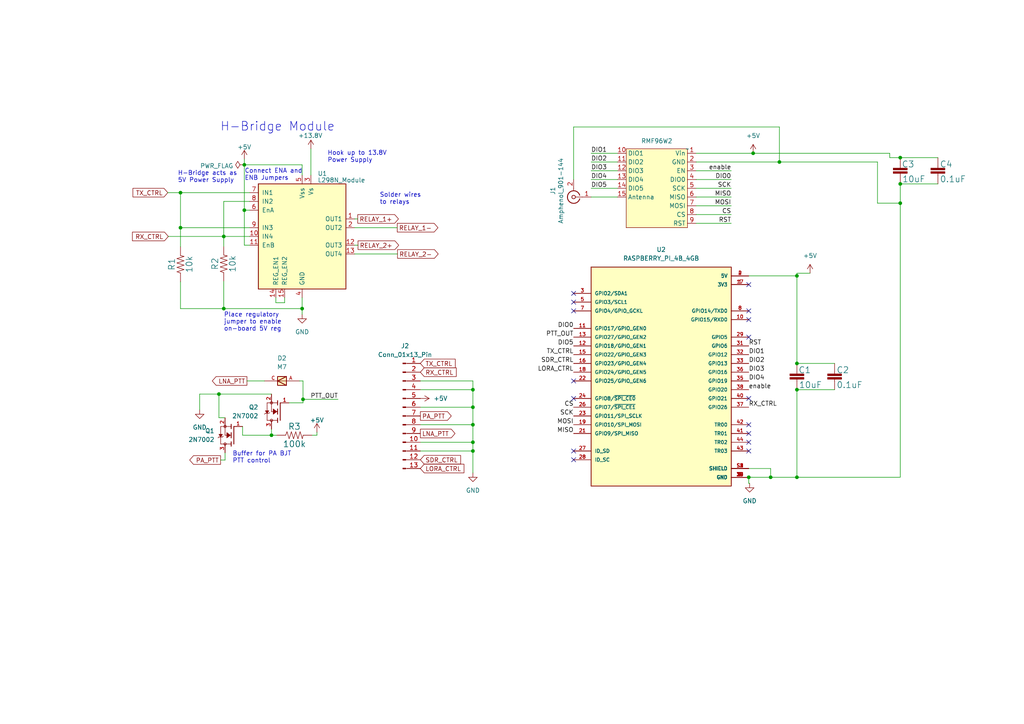
<source format=kicad_sch>
(kicad_sch (version 20230121) (generator eeschema)
  (paper "A4")
  (lib_symbols
    (symbol "2N7002:2N7002" (pin_names (offset 1.016))
      (property "Reference" "Q" (at -8.89 2.54 0))
      (property "Value" "2N7002" (at -8.89 -7.62 0))
      (symbol "2N7002_0_0"
        (polyline (pts (xy 0 2.54) (xy 0 -2.54)) (stroke (width 0.254)))
        (polyline (pts (xy 0.762 -2.54) (xy 0.762 -3.175)) (stroke (width 0.254)))
        (polyline (pts (xy 0.762 -1.905) (xy 0.762 -2.54)) (stroke (width 0.254)))
        (polyline (pts (xy 0.762 0) (xy 0.762 -0.762)) (stroke (width 0.254)))
        (polyline (pts (xy 0.762 0) (xy 2.54 0)) (stroke (width 0.1524)))
        (polyline (pts (xy 0.762 0.762) (xy 0.762 0)) (stroke (width 0.254)))
        (polyline (pts (xy 0.762 2.54) (xy 0.762 1.905)) (stroke (width 0.254)))
        (polyline (pts (xy 0.762 2.54) (xy 3.81 2.54)) (stroke (width 0.1524)))
        (polyline (pts (xy 0.762 3.175) (xy 0.762 2.54)) (stroke (width 0.254)))
        (polyline (pts (xy 2.54 -2.54) (xy 0.762 -2.54)) (stroke (width 0.1524)))
        (polyline (pts (xy 2.54 -2.54) (xy 3.81 -2.54)) (stroke (width 0.1524)))
        (polyline (pts (xy 2.54 0) (xy 2.54 -2.54)) (stroke (width 0.1524)))
        (polyline (pts (xy 3.302 0.508) (xy 3.048 0.254)) (stroke (width 0.1524)))
        (polyline (pts (xy 3.81 0.508) (xy 3.302 0.508)) (stroke (width 0.1524)))
        (polyline (pts (xy 3.81 0.508) (xy 3.81 -2.54)) (stroke (width 0.1524)))
        (polyline (pts (xy 3.81 2.54) (xy 3.81 0.508)) (stroke (width 0.1524)))
        (polyline (pts (xy 4.318 0.508) (xy 3.81 0.508)) (stroke (width 0.1524)))
        (polyline (pts (xy 4.572 0.762) (xy 4.318 0.508)) (stroke (width 0.1524)))
        (polyline (pts (xy 1.016 0) (xy 2.032 0.762) (xy 2.032 -0.762) (xy 1.016 0)) (stroke (width 0.1524)) (fill (type outline)))
        (polyline (pts (xy 3.81 0.508) (xy 3.302 -0.254) (xy 4.318 -0.254) (xy 3.81 0.508)) (stroke (width 0.1524)) (fill (type outline)))
        (circle (center 2.54 -2.54) (radius 0.3592))
        (circle (center 2.54 2.54) (radius 0.3592))
        (pin passive line (at -2.54 -2.54 0) (length 2.54) (name "~") (number "1"))
        (pin passive line (at 2.54 -5.08 90) (length 2.54) (name "~") (number "2"))
        (pin passive line (at 2.54 5.08 270) (length 2.54) (name "~") (number "3"))
      )
    )
    (symbol "Connector:Conn_01x13_Pin" (pin_names (offset 1.016) hide)
      (property "Reference" "J" (at 0 17.78 0))
      (property "Value" "Conn_01x13_Pin" (at 0 -17.78 0))
      (symbol "Conn_01x13_Pin_1_1"
        (polyline (pts (xy 1.27 -15.24) (xy 0.8636 -15.24)) (stroke (width 0.1524)))
        (polyline (pts (xy 1.27 -12.7) (xy 0.8636 -12.7)) (stroke (width 0.1524)))
        (polyline (pts (xy 1.27 -10.16) (xy 0.8636 -10.16)) (stroke (width 0.1524)))
        (polyline (pts (xy 1.27 -7.62) (xy 0.8636 -7.62)) (stroke (width 0.1524)))
        (polyline (pts (xy 1.27 -5.08) (xy 0.8636 -5.08)) (stroke (width 0.1524)))
        (polyline (pts (xy 1.27 -2.54) (xy 0.8636 -2.54)) (stroke (width 0.1524)))
        (polyline (pts (xy 1.27 0) (xy 0.8636 0)) (stroke (width 0.1524)))
        (polyline (pts (xy 1.27 2.54) (xy 0.8636 2.54)) (stroke (width 0.1524)))
        (polyline (pts (xy 1.27 5.08) (xy 0.8636 5.08)) (stroke (width 0.1524)))
        (polyline (pts (xy 1.27 7.62) (xy 0.8636 7.62)) (stroke (width 0.1524)))
        (polyline (pts (xy 1.27 10.16) (xy 0.8636 10.16)) (stroke (width 0.1524)))
        (polyline (pts (xy 1.27 12.7) (xy 0.8636 12.7)) (stroke (width 0.1524)))
        (polyline (pts (xy 1.27 15.24) (xy 0.8636 15.24)) (stroke (width 0.1524)))
        (rectangle (start 0.8636 -15.113) (end 0 -15.367) (stroke (width 0.1524)) (fill (type outline)))
        (rectangle (start 0.8636 -12.573) (end 0 -12.827) (stroke (width 0.1524)) (fill (type outline)))
        (rectangle (start 0.8636 -10.033) (end 0 -10.287) (stroke (width 0.1524)) (fill (type outline)))
        (rectangle (start 0.8636 -7.493) (end 0 -7.747) (stroke (width 0.1524)) (fill (type outline)))
        (rectangle (start 0.8636 -4.953) (end 0 -5.207) (stroke (width 0.1524)) (fill (type outline)))
        (rectangle (start 0.8636 -2.413) (end 0 -2.667) (stroke (width 0.1524)) (fill (type outline)))
        (rectangle (start 0.8636 0.127) (end 0 -0.127) (stroke (width 0.1524)) (fill (type outline)))
        (rectangle (start 0.8636 2.667) (end 0 2.413) (stroke (width 0.1524)) (fill (type outline)))
        (rectangle (start 0.8636 5.207) (end 0 4.953) (stroke (width 0.1524)) (fill (type outline)))
        (rectangle (start 0.8636 7.747) (end 0 7.493) (stroke (width 0.1524)) (fill (type outline)))
        (rectangle (start 0.8636 10.287) (end 0 10.033) (stroke (width 0.1524)) (fill (type outline)))
        (rectangle (start 0.8636 12.827) (end 0 12.573) (stroke (width 0.1524)) (fill (type outline)))
        (rectangle (start 0.8636 15.367) (end 0 15.113) (stroke (width 0.1524)) (fill (type outline)))
        (pin passive line (at 5.08 15.24 180) (length 3.81) (name "Pin_1") (number "1"))
        (pin passive line (at 5.08 -7.62 180) (length 3.81) (name "Pin_10") (number "10"))
        (pin passive line (at 5.08 -10.16 180) (length 3.81) (name "Pin_11") (number "11"))
        (pin passive line (at 5.08 -12.7 180) (length 3.81) (name "Pin_12") (number "12"))
        (pin passive line (at 5.08 -15.24 180) (length 3.81) (name "Pin_13") (number "13"))
        (pin passive line (at 5.08 12.7 180) (length 3.81) (name "Pin_2") (number "2"))
        (pin passive line (at 5.08 10.16 180) (length 3.81) (name "Pin_3") (number "3"))
        (pin passive line (at 5.08 7.62 180) (length 3.81) (name "Pin_4") (number "4"))
        (pin passive line (at 5.08 5.08 180) (length 3.81) (name "Pin_5") (number "5"))
        (pin passive line (at 5.08 2.54 180) (length 3.81) (name "Pin_6") (number "6"))
        (pin passive line (at 5.08 0 180) (length 3.81) (name "Pin_7") (number "7"))
        (pin passive line (at 5.08 -2.54 180) (length 3.81) (name "Pin_8") (number "8"))
        (pin passive line (at 5.08 -5.08 180) (length 3.81) (name "Pin_9") (number "9"))
      )
    )
    (symbol "Connector:Conn_Coaxial" (pin_names (offset 1.016) hide)
      (property "Reference" "J" (at 0.254 3.048 0))
      (property "Value" "Conn_Coaxial" (at 2.921 0 90))
      (symbol "Conn_Coaxial_0_1"
        (arc (start -1.778 -0.508) (mid 0.2311 -1.8066) (end 1.778 0) (stroke (width 0.254)))
        (polyline (pts (xy -2.54 0) (xy -0.508 0)))
        (polyline (pts (xy 0 -2.54) (xy 0 -1.778)))
        (circle (center 0 0) (radius 0.508) (stroke (width 0.2032)))
        (arc (start 1.778 0) (mid 0.2099 1.8101) (end -1.778 0.508) (stroke (width 0.254)))
      )
      (symbol "Conn_Coaxial_1_1"
        (pin passive line (at -5.08 0 0) (length 2.54) (name "In") (number "1"))
        (pin passive line (at 0 -5.08 90) (length 2.54) (name "Ext") (number "2"))
      )
    )
    (symbol "M7:M7" (pin_names (offset 1.016))
      (property "Reference" "D" (at -4.5752 2.5418 0))
      (property "Value" "M7" (at -4.5757 -4.0672 0))
      (symbol "M7_0_0"
        (rectangle (start -1.27 -1.27) (end 1.27 1.27) (stroke (width 0.254)) (fill (type background)))
        (polyline (pts (xy -1.27 -1.27) (xy 1.27 0)) (stroke (width 0.254)))
        (polyline (pts (xy 1.27 0) (xy -1.27 1.27)) (stroke (width 0.254)))
        (pin passive line (at -5.08 0 0) (length 5.08) (name "~") (number "A"))
        (pin passive line (at 5.08 0 180) (length 5.08) (name "~") (number "C"))
      )
    )
    (symbol "RASPBERRY_PI_4B_4GB:RASPBERRY_PI_4B_4GB" (pin_names (offset 1.016))
      (property "Reference" "U" (at -20.32 33.528 0))
      (property "Value" "RASPBERRY_PI_4B_4GB" (at -20.32 -33.02 0))
      (symbol "RASPBERRY_PI_4B_4GB_0_0"
        (rectangle (start -20.32 -30.48) (end 20.32 33.02) (stroke (width 0.254)) (fill (type background)))
        (pin power_in line (at 25.4 27.94 180) (length 5.08) (name "3V3") (number "1"))
        (pin bidirectional line (at 25.4 17.78 180) (length 5.08) (name "GPIO15/RXD0") (number "10"))
        (pin bidirectional line (at -25.4 15.24 0) (length 5.08) (name "GPIO17/GPIO_GEN0") (number "11"))
        (pin bidirectional line (at -25.4 10.16 0) (length 5.08) (name "GPIO18/GPIO_GEN1") (number "12"))
        (pin bidirectional line (at -25.4 12.7 0) (length 5.08) (name "GPIO27/GPIO_GEN2") (number "13"))
        (pin power_in line (at 25.4 -27.94 180) (length 5.08) (name "GND") (number "14"))
        (pin bidirectional line (at -25.4 7.62 0) (length 5.08) (name "GPIO22/GPIO_GEN3") (number "15"))
        (pin bidirectional line (at -25.4 5.08 0) (length 5.08) (name "GPIO23/GPIO_GEN4") (number "16"))
        (pin power_in line (at 25.4 27.94 180) (length 5.08) (name "3V3") (number "17"))
        (pin bidirectional line (at -25.4 2.54 0) (length 5.08) (name "GPIO24/GPIO_GEN5") (number "18"))
        (pin bidirectional line (at -25.4 -12.7 0) (length 5.08) (name "GPIO10/SPI_MOSI") (number "19"))
        (pin power_in line (at 25.4 30.48 180) (length 5.08) (name "5V") (number "2"))
        (pin power_in line (at 25.4 -27.94 180) (length 5.08) (name "GND") (number "20"))
        (pin bidirectional line (at -25.4 -15.24 0) (length 5.08) (name "GPIO9/SPI_MISO") (number "21"))
        (pin bidirectional line (at -25.4 0 0) (length 5.08) (name "GPIO25/GPIO_GEN6") (number "22"))
        (pin bidirectional line (at -25.4 -10.16 0) (length 5.08) (name "GPIO11/SPI_SCLK") (number "23"))
        (pin bidirectional line (at -25.4 -5.08 0) (length 5.08) (name "GPIO8/~{SPI_CE0}") (number "24"))
        (pin power_in line (at 25.4 -27.94 180) (length 5.08) (name "GND") (number "25"))
        (pin bidirectional line (at -25.4 -7.62 0) (length 5.08) (name "GPIO7/~{SPI_CE1}") (number "26"))
        (pin bidirectional line (at -25.4 -20.32 0) (length 5.08) (name "ID_SD") (number "27"))
        (pin bidirectional line (at -25.4 -22.86 0) (length 5.08) (name "ID_SC") (number "28"))
        (pin bidirectional line (at 25.4 12.7 180) (length 5.08) (name "GPIO5") (number "29"))
        (pin bidirectional line (at -25.4 25.4 0) (length 5.08) (name "GPIO2/SDA1") (number "3"))
        (pin power_in line (at 25.4 -27.94 180) (length 5.08) (name "GND") (number "30"))
        (pin bidirectional line (at 25.4 10.16 180) (length 5.08) (name "GPIO6") (number "31"))
        (pin bidirectional line (at 25.4 7.62 180) (length 5.08) (name "GPIO12") (number "32"))
        (pin bidirectional line (at 25.4 5.08 180) (length 5.08) (name "GPIO13") (number "33"))
        (pin power_in line (at 25.4 -27.94 180) (length 5.08) (name "GND") (number "34"))
        (pin bidirectional line (at 25.4 0 180) (length 5.08) (name "GPIO19") (number "35"))
        (pin bidirectional line (at 25.4 2.54 180) (length 5.08) (name "GPIO16") (number "36"))
        (pin bidirectional line (at 25.4 -7.62 180) (length 5.08) (name "GPIO26") (number "37"))
        (pin bidirectional line (at 25.4 -2.54 180) (length 5.08) (name "GPIO20") (number "38"))
        (pin power_in line (at 25.4 -27.94 180) (length 5.08) (name "GND") (number "39"))
        (pin power_in line (at 25.4 30.48 180) (length 5.08) (name "5V") (number "4"))
        (pin bidirectional line (at 25.4 -5.08 180) (length 5.08) (name "GPIO21") (number "40"))
        (pin bidirectional line (at 25.4 -15.24 180) (length 5.08) (name "TR01") (number "41"))
        (pin bidirectional line (at 25.4 -12.7 180) (length 5.08) (name "TR00") (number "42"))
        (pin bidirectional line (at 25.4 -20.32 180) (length 5.08) (name "TR03") (number "43"))
        (pin bidirectional line (at 25.4 -17.78 180) (length 5.08) (name "TR02") (number "44"))
        (pin bidirectional line (at -25.4 22.86 0) (length 5.08) (name "GPIO3/SCL1") (number "5"))
        (pin power_in line (at 25.4 -27.94 180) (length 5.08) (name "GND") (number "6"))
        (pin bidirectional line (at -25.4 20.32 0) (length 5.08) (name "GPIO4/GPIO_GCKL") (number "7"))
        (pin bidirectional line (at 25.4 20.32 180) (length 5.08) (name "GPIO14/TXD0") (number "8"))
        (pin power_in line (at 25.4 -27.94 180) (length 5.08) (name "GND") (number "9"))
        (pin power_in line (at 25.4 -25.4 180) (length 5.08) (name "SHIELD") (number "S1"))
        (pin power_in line (at 25.4 -25.4 180) (length 5.08) (name "SHIELD") (number "S2"))
        (pin power_in line (at 25.4 -25.4 180) (length 5.08) (name "SHIELD") (number "S3"))
        (pin power_in line (at 25.4 -25.4 180) (length 5.08) (name "SHIELD") (number "S4"))
      )
    )
    (symbol "RMF96W1_1"
      (property "Reference" "RMF96W1" (at 0 0 0))
      (symbol "RMF96W1_1_1_1"
        (rectangle (start 0 0) (end 17.78 -22.86) (fill (type background)))
        (pin input line (at -2.54 -1.27 0) (length 2.54) (name "Vin") (number "1"))
        (pin input line (at 20.32 -1.27 180) (length 2.54) (name "DIO1") (number "10"))
        (pin input line (at 20.32 -3.81 180) (length 2.54) (name "DIO2") (number "11"))
        (pin input line (at 20.32 -6.35 180) (length 2.54) (name "DIO3") (number "12"))
        (pin input line (at 20.32 -8.89 180) (length 2.54) (name "DIO4") (number "13"))
        (pin input line (at 20.32 -11.43 180) (length 2.54) (name "DIO5") (number "14"))
        (pin input line (at 20.32 -13.97 180) (length 2.54) (name "Antenna") (number "15"))
        (pin input line (at -2.54 -3.81 0) (length 2.54) (name "GND") (number "2"))
        (pin input line (at -2.54 -6.35 0) (length 2.54) (name "EN") (number "3"))
        (pin input line (at -2.54 -8.89 0) (length 2.54) (name "DIO0") (number "4"))
        (pin input line (at -2.54 -11.43 0) (length 2.54) (name "SCK") (number "5"))
        (pin input line (at -2.54 -13.97 0) (length 2.54) (name "MISO") (number "6"))
        (pin input line (at -2.54 -16.51 0) (length 2.54) (name "MOSI") (number "7"))
        (pin input line (at -2.54 -19.05 0) (length 2.54) (name "CS") (number "8"))
        (pin input line (at -2.54 -21.59 0) (length 2.54) (name "RST") (number "9"))
      )
    )
    (symbol "mainboard:22UF-0805-6.3V-20%" (pin_names (offset 1.016))
      (property "Reference" "C" (at 1.524 2.921 0))
      (property "Value" "22UF-0805-6.3V-20%" (at 1.524 -2.159 0))
      (symbol "22UF-0805-6.3V-20%_1_0"
        (rectangle (start -2.032 0.508) (end 2.032 1.016) (fill (type outline)))
        (rectangle (start -2.032 1.524) (end 2.032 2.032) (fill (type outline)))
        (polyline (pts (xy 0 0) (xy 0 0.508)))
        (polyline (pts (xy 0 2.54) (xy 0 2.032)))
        (pin passive line (at 0 5.08 270) (length 2.54) (name "1") (number "1"))
        (pin passive line (at 0 -2.54 90) (length 2.54) (name "2") (number "2"))
      )
    )
    (symbol "mainboard:RESISTOR0603" (pin_names (offset 1.016))
      (property "Reference" "R" (at 0 1.524 0))
      (property "Value" "RESISTOR0603" (at 0 -1.524 0))
      (symbol "RESISTOR0603_1_0"
        (polyline (pts (xy -2.54 0) (xy -2.159 1.016)))
        (polyline (pts (xy -2.159 1.016) (xy -1.524 -1.016)))
        (polyline (pts (xy -1.524 -1.016) (xy -0.889 1.016)))
        (polyline (pts (xy -0.889 1.016) (xy -0.254 -1.016)))
        (polyline (pts (xy -0.254 -1.016) (xy 0.381 1.016)))
        (polyline (pts (xy 0.381 1.016) (xy 1.016 -1.016)))
        (polyline (pts (xy 1.016 -1.016) (xy 1.651 1.016)))
        (polyline (pts (xy 1.651 1.016) (xy 2.286 -1.016)))
        (polyline (pts (xy 2.286 -1.016) (xy 2.54 0)))
        (pin passive line (at -5.08 0 0) (length 2.54) (name "1") (number "1"))
        (pin passive line (at 5.08 0 180) (length 2.54) (name "2") (number "2"))
      )
    )
    (symbol "power:+5V" (power) (pin_names (offset 0))
      (property "Value" "+5V" (at 0 3.556 0))
      (symbol "+5V_0_1"
        (polyline (pts (xy -0.762 1.27) (xy 0 2.54)))
        (polyline (pts (xy 0 0) (xy 0 2.54)))
        (polyline (pts (xy 0 2.54) (xy 0.762 1.27)))
      )
      (symbol "+5V_1_1"
        (pin power_in line (at 0 0 90) (length 0) hide (name "+5V") (number "1"))
      )
    )
    (symbol "power:GND" (power) (pin_names (offset 0))
      (property "Value" "GND" (at 0 -3.81 0))
      (symbol "GND_0_1"
        (polyline (pts (xy 0 0) (xy 0 -1.27) (xy 1.27 -1.27) (xy 0 -2.54) (xy -1.27 -1.27) (xy 0 -1.27)))
      )
      (symbol "GND_1_1"
        (pin power_in line (at 0 0 270) (length 0) hide (name "GND") (number "1"))
      )
    )
    (symbol "power:PWR_FLAG" (power) (pin_numbers hide) (pin_names (offset 0) hide)
      (property "Value" "PWR_FLAG" (at 0 3.81 0))
      (symbol "PWR_FLAG_0_0"
        (pin power_out line (at 0 0 90) (length 0) (name "pwr") (number "1"))
      )
      (symbol "PWR_FLAG_0_1"
        (polyline (pts (xy 0 0) (xy 0 1.27) (xy -1.016 1.905) (xy 0 2.54) (xy 1.016 1.905) (xy 0 1.27)))
      )
    )
    (symbol "rf:+13.8V" (power) (pin_names (offset 0))
      (property "Value" "+13.8V" (at 0 3.556 0))
      (symbol "+13.8V_0_1"
        (polyline (pts (xy -0.762 1.27) (xy 0 2.54)))
        (polyline (pts (xy 0 0) (xy 0 2.54)))
        (polyline (pts (xy 0 2.54) (xy 0.762 1.27)))
      )
      (symbol "+13.8V_1_1"
        (pin power_in line (at 0 0 90) (length 0) hide (name "+13.8V") (number "1"))
      )
    )
    (symbol "ssi_rf:L298N_Module" (pin_names (offset 1.016))
      (property "Reference" "U" (at -10.16 16.51 0))
      (property "Value" "L298N_Module" (at 17.78 16.51 0))
      (symbol "L298N_Module_0_1"
        (rectangle (start -12.7 15.24) (end 12.7 -15.24) (stroke (width 0.254)) (fill (type background)))
      )
      (symbol "L298N_Module_1_1"
        (pin output line (at 15.24 5.08 180) (length 2.54) (name "OUT1") (number "1"))
        (pin input line (at -15.24 0 0) (length 2.54) (name "IN4") (number "10"))
        (pin input line (at -15.24 -2.54 0) (length 2.54) (name "EnB") (number "11"))
        (pin output line (at 15.24 -2.54 180) (length 2.54) (name "OUT3") (number "12"))
        (pin output line (at 15.24 -5.08 180) (length 2.54) (name "OUT4") (number "13"))
        (pin output line (at -7.62 -17.78 90) (length 2.54) (name "REG_EN1") (number "14"))
        (pin input line (at -5.08 -17.78 90) (length 2.54) (name "REG_EN2") (number "15"))
        (pin output line (at 15.24 2.54 180) (length 2.54) (name "OUT2") (number "2"))
        (pin power_in line (at 2.54 17.78 270) (length 2.54) (name "Vs") (number "3"))
        (pin power_in line (at 0 -17.78 90) (length 2.54) (name "GND") (number "4"))
        (pin power_in line (at 0 17.78 270) (length 2.54) (name "Vss") (number "5"))
        (pin input line (at -15.24 7.62 0) (length 2.54) (name "EnA") (number "6"))
        (pin input line (at -15.24 12.7 0) (length 2.54) (name "IN1") (number "7"))
        (pin input line (at -15.24 10.16 0) (length 2.54) (name "IN2") (number "8"))
        (pin input line (at -15.24 2.54 0) (length 2.54) (name "IN3") (number "9"))
      )
    )
  )
  (junction (at 137.16 130.81))
  (junction (at 87.884 115.824))
  (junction (at 52.3494 55.88))
  (junction (at 226.06 46.99))
  (junction (at 137.16 118.11))
  (junction (at 64.897 68.58))
  (junction (at 70.866 60.96))
  (junction (at 218.44 44.45))
  (junction (at 52.3494 66.04))
  (junction (at 217.17 138.43))
  (junction (at 137.16 128.27))
  (junction (at 70.866 47.8028))
  (junction (at 137.16 113.03))
  (junction (at 231.14 105.41))
  (junction (at 261.112 45.72))
  (junction (at 78.74 126.238))
  (junction (at 231.14 138.43))
  (junction (at 261.112 58.928))
  (junction (at 231.14 80.01))
  (junction (at 87.63 89.5096))
  (junction (at 261.112 53.34))
  (junction (at 231.14 113.03))
  (junction (at 63.5 114.3))
  (junction (at 137.16 123.19))
  (junction (at 223.52 138.43))
  (junction (at 64.897 89.5096))
  (no_connect (at 166.37 87.63))
  (no_connect (at 166.37 90.17))
  (no_connect (at 217.17 125.73))
  (no_connect (at 217.17 92.71))
  (no_connect (at 217.17 123.19))
  (no_connect (at 166.37 115.57))
  (no_connect (at 217.17 97.79))
  (no_connect (at 217.17 130.81))
  (no_connect (at 217.17 128.27))
  (no_connect (at 166.37 85.09))
  (no_connect (at 166.37 110.49))
  (no_connect (at 166.37 130.81))
  (no_connect (at 217.17 115.57))
  (no_connect (at 217.17 82.55))
  (no_connect (at 217.17 90.17))
  (no_connect (at 166.37 133.35))
  (wire (pts (xy 217.17 135.89) (xy 223.52 135.89)))
  (wire (pts (xy 137.16 113.03) (xy 137.16 118.11)))
  (wire (pts (xy 121.92 113.03) (xy 137.16 113.03)))
  (wire (pts (xy 226.06 46.99) (xy 254.508 46.99)))
  (wire (pts (xy 179.07 54.61) (xy 171.45 54.61)))
  (wire (pts (xy 90.17 43.18) (xy 90.17 50.8)))
  (wire (pts (xy 217.17 138.43) (xy 223.52 138.43)))
  (wire (pts (xy 78.74 126.238) (xy 80.3148 126.238)))
  (wire (pts (xy 261.112 45.72) (xy 258.064 45.72)))
  (wire (pts (xy 201.93 44.45) (xy 218.44 44.45)))
  (wire (pts (xy 78.74 114.3) (xy 63.5 114.3)))
  (wire (pts (xy 70.358 126.238) (xy 70.358 123.698)))
  (wire (pts (xy 231.14 113.03) (xy 231.14 138.43)))
  (wire (pts (xy 52.3494 55.88) (xy 72.39 55.88)))
  (wire (pts (xy 63.5 121.158) (xy 65.278 121.158)))
  (wire (pts (xy 70.358 126.238) (xy 78.74 126.238)))
  (wire (pts (xy 70.866 71.12) (xy 70.866 60.96)))
  (wire (pts (xy 64.897 81.6102) (xy 64.897 89.5096)))
  (wire (pts (xy 254.508 46.99) (xy 254.508 58.928)))
  (wire (pts (xy 261.112 58.928) (xy 261.112 138.43)))
  (wire (pts (xy 223.52 135.89) (xy 223.52 138.43)))
  (wire (pts (xy 166.37 52.07) (xy 166.37 36.83)))
  (wire (pts (xy 63.9826 133.4262) (xy 65.278 133.4262)))
  (wire (pts (xy 258.064 44.45) (xy 258.064 45.72)))
  (wire (pts (xy 102.87 73.66) (xy 115.2906 73.66)))
  (wire (pts (xy 226.06 36.83) (xy 226.06 46.99)))
  (wire (pts (xy 52.3494 66.04) (xy 72.39 66.04)))
  (wire (pts (xy 57.912 114.3) (xy 57.912 118.872)))
  (wire (pts (xy 121.92 128.27) (xy 137.16 128.27)))
  (wire (pts (xy 78.74 124.46) (xy 78.74 126.238)))
  (wire (pts (xy 212.09 52.07) (xy 201.93 52.07)))
  (wire (pts (xy 72.39 58.42) (xy 64.897 58.42)))
  (wire (pts (xy 52.3494 66.04) (xy 52.3494 55.88)))
  (wire (pts (xy 102.87 63.5) (xy 103.759 63.5)))
  (wire (pts (xy 231.14 79.248) (xy 231.14 80.01)))
  (wire (pts (xy 63.5 114.3) (xy 63.5 121.158)))
  (wire (pts (xy 87.63 47.8028) (xy 70.866 47.8028)))
  (wire (pts (xy 217.17 138.43) (xy 217.17 140.208)))
  (wire (pts (xy 86.868 110.49) (xy 87.884 110.49)))
  (wire (pts (xy 137.16 137.16) (xy 137.16 130.81)))
  (wire (pts (xy 223.52 138.43) (xy 231.14 138.43)))
  (wire (pts (xy 121.92 118.11) (xy 137.16 118.11)))
  (wire (pts (xy 91.9226 126.238) (xy 90.4748 126.238)))
  (wire (pts (xy 212.09 54.61) (xy 201.93 54.61)))
  (wire (pts (xy 121.92 130.81) (xy 137.16 130.81)))
  (wire (pts (xy 137.16 110.49) (xy 137.16 113.03)))
  (wire (pts (xy 179.07 52.07) (xy 171.45 52.07)))
  (wire (pts (xy 179.07 46.99) (xy 171.45 46.99)))
  (wire (pts (xy 71.628 110.49) (xy 76.708 110.49)))
  (wire (pts (xy 166.37 36.83) (xy 226.06 36.83)))
  (wire (pts (xy 52.3494 66.04) (xy 52.3494 71.5772)))
  (wire (pts (xy 261.112 45.72) (xy 272.034 45.72)))
  (wire (pts (xy 87.884 110.49) (xy 87.884 115.824)))
  (wire (pts (xy 102.87 71.12) (xy 103.8352 71.12)))
  (wire (pts (xy 231.14 113.03) (xy 242.062 113.03)))
  (wire (pts (xy 82.55 86.36) (xy 82.55 87.8078)))
  (wire (pts (xy 217.17 140.208) (xy 217.424 140.208)))
  (wire (pts (xy 48.6664 55.88) (xy 52.3494 55.88)))
  (wire (pts (xy 171.45 57.15) (xy 179.07 57.15)))
  (wire (pts (xy 137.16 118.11) (xy 137.16 123.19)))
  (wire (pts (xy 87.884 115.824) (xy 87.884 116.84)))
  (wire (pts (xy 201.93 46.99) (xy 226.06 46.99)))
  (wire (pts (xy 70.866 60.96) (xy 70.866 47.8028)))
  (wire (pts (xy 179.07 44.45) (xy 171.45 44.45)))
  (wire (pts (xy 91.9226 125.3744) (xy 91.9226 126.238)))
  (wire (pts (xy 72.39 71.12) (xy 70.866 71.12)))
  (wire (pts (xy 137.16 128.27) (xy 137.16 123.19)))
  (wire (pts (xy 137.16 130.81) (xy 137.16 128.27)))
  (wire (pts (xy 48.8188 68.58) (xy 64.897 68.58)))
  (wire (pts (xy 212.09 59.69) (xy 201.93 59.69)))
  (wire (pts (xy 87.63 86.36) (xy 87.63 89.5096)))
  (wire (pts (xy 82.55 87.8078) (xy 80.01 87.8078)))
  (wire (pts (xy 212.09 49.53) (xy 201.93 49.53)))
  (wire (pts (xy 65.278 131.318) (xy 65.278 133.4262)))
  (wire (pts (xy 64.897 89.5096) (xy 87.63 89.5096)))
  (wire (pts (xy 52.3494 81.7372) (xy 52.3494 89.5096)))
  (wire (pts (xy 231.14 80.01) (xy 231.14 105.41)))
  (wire (pts (xy 254.508 58.928) (xy 261.112 58.928)))
  (wire (pts (xy 212.09 64.77) (xy 201.93 64.77)))
  (wire (pts (xy 179.07 49.53) (xy 171.45 49.53)))
  (wire (pts (xy 121.92 110.49) (xy 137.16 110.49)))
  (wire (pts (xy 70.866 60.96) (xy 72.39 60.96)))
  (wire (pts (xy 121.92 123.19) (xy 137.16 123.19)))
  (wire (pts (xy 52.3494 89.5096) (xy 64.897 89.5096)))
  (wire (pts (xy 64.897 58.42) (xy 64.897 68.58)))
  (wire (pts (xy 87.884 115.824) (xy 98.044 115.824)))
  (wire (pts (xy 64.897 68.58) (xy 64.897 71.4502)))
  (wire (pts (xy 64.897 68.58) (xy 72.39 68.58)))
  (wire (pts (xy 102.87 66.04) (xy 115.2144 66.04)))
  (wire (pts (xy 261.112 53.34) (xy 272.034 53.34)))
  (wire (pts (xy 212.09 62.23) (xy 201.93 62.23)))
  (wire (pts (xy 218.44 44.45) (xy 258.064 44.45)))
  (wire (pts (xy 231.14 79.248) (xy 234.95 79.248)))
  (wire (pts (xy 63.5 114.3) (xy 57.912 114.3)))
  (wire (pts (xy 80.01 87.8078) (xy 80.01 86.36)))
  (wire (pts (xy 217.17 80.01) (xy 231.14 80.01)))
  (wire (pts (xy 231.14 138.43) (xy 261.112 138.43)))
  (wire (pts (xy 87.63 89.5096) (xy 87.63 91.186)))
  (wire (pts (xy 231.14 105.41) (xy 242.062 105.41)))
  (wire (pts (xy 212.09 57.15) (xy 201.93 57.15)))
  (wire (pts (xy 83.82 116.84) (xy 87.884 116.84)))
  (wire (pts (xy 70.866 47.8028) (xy 70.866 46.1518)))
  (wire (pts (xy 261.112 53.34) (xy 261.112 58.928)))
  (wire (pts (xy 87.63 50.8) (xy 87.63 47.8028)))
  (text "Connect ENA and\nENB Jumpers" (at 70.9422 52.4764 0) (effects (font (size 1.27 1.27)) (justify left bottom)))
  (text "Hook up to 13.8V\nPower Supply" (at 94.9706 47.2694 0) (effects (font (size 1.27 1.27)) (justify left bottom)))
  (text "Place regulatory\njumper to enable\non-board 5V reg" (at 64.9224 96.2152 0) (effects (font (size 1.27 1.27)) (justify left bottom)))
  (text "Buffer for PA BJT\nPTT control" (at 67.437 134.4676 0) (effects (font (size 1.27 1.27)) (justify left bottom)))
  (text "H-Bridge Module" (at 63.8302 38.3032 0) (effects (font (size 2.54 2.54)) (justify left bottom)))
  (text "Solder wires\nto relays" (at 110.109 59.436 0) (effects (font (size 1.27 1.27)) (justify left bottom)))
  (text "H-Bridge acts as\n5V Power Supply" (at 51.562 53.1114 0) (effects (font (size 1.27 1.27)) (justify left bottom)))
  (label "DIO5" (at 166.37 100.33 180))
  (label "enable" (at 212.09 49.53 180))
  (label "DIO1" (at 217.17 102.87 0))
  (label "MISO" (at 166.37 125.73 180))
  (label "PTT_OUT" (at 166.37 97.79 180))
  (label "TX_CTRL" (at 166.37 102.87 180))
  (label "RST" (at 217.17 100.33 0))
  (label "SCK" (at 166.37 120.65 180))
  (label "MISO" (at 212.09 57.15 180))
  (label "DIO5" (at 171.45 54.61 0))
  (label "DIO4" (at 171.45 52.07 0))
  (label "enable" (at 217.17 113.03 0))
  (label "CS" (at 212.09 62.23 180))
  (label "DIO0" (at 212.09 52.07 180))
  (label "DIO4" (at 217.17 110.49 0))
  (label "CS" (at 166.37 118.11 180))
  (label "PTT_OUT" (at 98.044 115.824 180))
  (label "RX_CTRL" (at 217.17 118.11 0))
  (label "DIO2" (at 217.17 105.41 0))
  (label "SCK" (at 212.09 54.61 180))
  (label "DIO2" (at 171.45 46.99 0))
  (label "DIO1" (at 171.45 44.45 0))
  (label "DIO3" (at 171.45 49.53 0))
  (label "DIO3" (at 217.17 107.95 0))
  (label "RST" (at 212.09 64.77 180))
  (label "SDR_CTRL" (at 166.37 105.41 180))
  (label "DIO0" (at 166.37 95.25 180))
  (label "MOSI" (at 166.37 123.19 180))
  (label "MOSI" (at 212.09 59.69 180))
  (label "LORA_CTRL" (at 166.37 107.95 180))
  (global_label "RX_CTRL" (shape input) (at 121.92 107.95 0) (property "Intersheetrefs" "${INTERSHEET_REFS}" (effects hide)))
  (global_label "SDR_CTRL" (shape input) (at 121.92 133.35 0) (property "Intersheetrefs" "${INTERSHEET_REFS}" (effects hide)))
  (global_label "PA_PTT" (shape output) (at 63.9826 133.4262 180) (property "Intersheetrefs" "${INTERSHEET_REFS}" (effects hide)))
  (global_label "LORA_CTRL" (shape input) (at 121.92 135.89 0) (property "Intersheetrefs" "${INTERSHEET_REFS}" (effects hide)))
  (global_label "TX_CTRL" (shape input) (at 48.6664 55.88 180) (property "Intersheetrefs" "${INTERSHEET_REFS}" (effects hide)))
  (global_label "RX_CTRL" (shape input) (at 48.8188 68.58 180) (property "Intersheetrefs" "${INTERSHEET_REFS}" (effects hide)))
  (global_label "RELAY_1-" (shape output) (at 115.2144 66.04 0) (property "Intersheetrefs" "${INTERSHEET_REFS}" (effects hide)))
  (global_label "RELAY_1+" (shape output) (at 103.759 63.5 0) (property "Intersheetrefs" "${INTERSHEET_REFS}" (effects hide)))
  (global_label "LNA_PTT" (shape output) (at 121.92 125.73 0) (property "Intersheetrefs" "${INTERSHEET_REFS}" (effects hide)))
  (global_label "PA_PTT" (shape output) (at 121.92 120.65 0) (property "Intersheetrefs" "${INTERSHEET_REFS}" (effects hide)))
  (global_label "LNA_PTT" (shape output) (at 71.628 110.49 180) (property "Intersheetrefs" "${INTERSHEET_REFS}" (effects hide)))
  (global_label "RELAY_2+" (shape output) (at 103.8352 71.12 0) (property "Intersheetrefs" "${INTERSHEET_REFS}" (effects hide)))
  (global_label "TX_CTRL" (shape input) (at 121.92 105.41 0) (property "Intersheetrefs" "${INTERSHEET_REFS}" (effects hide)))
  (global_label "RELAY_2-" (shape output) (at 115.2906 73.66 0) (property "Intersheetrefs" "${INTERSHEET_REFS}" (effects hide)))
  (symbol (lib_id "RASPBERRY_PI_4B_4GB:RASPBERRY_PI_4B_4GB") (at 191.77 110.49 0) (unit 1)
    (property "Reference" "U2" (at 191.77 72.39 0))
    (property "Value" "RASPBERRY_PI_4B_4GB" (at 191.77 74.93 0))
    (property "Footprint" "RASPBERRY_PI_4B_4GB:MODULE_RASPBERRY_PI_4B_4GB" (effects hide))
    (property "MF" "Raspberry Pi" (effects hide))
    (property "MAXIMUM_PACKAGE_HEIGHT" "16 mm" (effects hide))
    (property "Package" "None" (effects hide))
    (property "Price" "None" (effects hide))
    (property "Check_prices" "https://www.snapeda.com/parts/RASPBERRY%20PI%204B/4GB/Raspberry+Pi/view-part/?ref=eda" (effects hide))
    (property "STANDARD" "Manufacturer Recommendations" (effects hide))
    (property "PARTREV" "4" (effects hide))
    (property "SnapEDA_Link" "https://www.snapeda.com/parts/RASPBERRY%20PI%204B/4GB/Raspberry+Pi/view-part/?ref=snap" (effects hide))
    (property "MP" "RASPBERRY PI 4B/4GB" (effects hide))
    (property "Description" "\nBCM2711 Raspberry Pi 4 Model B 4GB - ARM® Cortex®-A72 MPU Embedded Evaluation Board\n" (effects hide))
    (property "MANUFACTURER" "Raspberry Pi" (effects hide))
    (property "Availability" "Not in stock" (effects hide))
    (property "SNAPEDA_PN" "RASPBERRY PI 4B/4GB" (effects hide))
  )
  (symbol (lib_id "power:GND") (at 57.912 118.872 0) (unit 1)
    (property "Reference" "#PWR05" (effects hide))
    (property "Value" "GND" (at 57.912 123.952 0))
  )
  (symbol (lib_id "ssi_rf:L298N_Module") (at 87.63 68.58 0) (unit 1)
    (property "Reference" "U1" (at 92.1259 50.3301 0) (effects (justify left)))
    (property "Value" "L298N_Module" (at 92.1259 52.2511 0) (effects (justify left)))
    (property "Footprint" "RASPBERRY_PI_4B_4GB:H-bridge module" (effects hide))
    (property "Datasheet" "https://lastminuteengineers.com/l298n-dc-stepper-driver-arduino-tutorial/" (effects hide))
  )
  (symbol (lib_id "power:GND") (at 87.63 91.186 0) (unit 1)
    (property "Reference" "#PWR03" (effects hide))
    (property "Value" "GND" (at 87.63 96.266 0))
  )
  (symbol (lib_id "mainboard:RESISTOR0603") (at 85.3948 126.238 0) (unit 1)
    (property "Reference" "R3" (at 85.3948 124.714 0) (effects (font (size 1.778 1.778)) (justify bottom)))
    (property "Value" "100k" (at 85.3948 127.762 0) (effects (font (size 1.778 1.778)) (justify top)))
    (property "Footprint" "Resistor_SMD:R_0603_1608Metric" (effects hide))
    (property "Description" "10k 0603" (effects hide))
  )
  (symbol (lib_id "M7:M7") (at 81.788 110.49 180) (unit 1)
    (property "Reference" "D2" (at 81.788 103.886 0))
    (property "Value" "M7" (at 81.788 106.426 0))
    (property "Footprint" "RASPBERRY_PI_4B_4GB:DIOM505270X240" (effects hide))
    (property "MF" "Diotec Semiconductor" (effects hide))
    (property "SNAPEDA_PACKAGE_ID" "7518" (effects hide))
    (property "PACKAGE" "DO-214" (effects hide))
    (property "MPN" "M7" (effects hide))
    (property "PRICE" "--" (effects hide))
    (property "Package" "Package" (effects hide))
    (property "Check_prices" "https://www.snapeda.com/parts/M7/Diotec/view-part/?ref=eda" (effects hide))
    (property "STANDARD" "IPC-7351B" (effects hide))
    (property "PARTREV" "NA" (effects hide))
    (property "SnapEDA_Link" "https://www.snapeda.com/parts/M7/Diotec/view-part/?ref=snap" (effects hide))
    (property "MP" "M7" (effects hide))
    (property "Purchase-URL" "https://www.snapeda.com/api/url_track_click_mouser/?unipart_id=9180667&manufacturer=Diotec Semiconductor&part_name=M7&search_term=None" (effects hide))
    (property "Price" "None" (effects hide))
    (property "Description" "\nDiode, SMA, 1000V, 1A, 150°C\n" (effects hide))
    (property "Availability" "In Stock" (effects hide))
    (property "AVAILABILITY" "Not in stock" (effects hide))
    (property "MANUFACTURER" "DIODES" (effects hide))
  )
  (symbol (lib_id "Connector:Conn_Coaxial") (at 166.37 57.15 180) (unit 1)
    (property "Reference" "J1" (at 160.3502 55.3466 90))
    (property "Value" "Amphenol_901-144" (at 162.6616 55.3466 90))
    (property "Datasheet" "https://www.amphenolrf.com/library/download/link/link_id/593640/parent/901-144/" (effects hide))
    (property "Description" "Amphenol RF SMA " (effects hide))
    (property "Flight" "901-144" (effects hide))
    (property "Manufacturer_Name" "Amphenol" (effects hide))
    (property "Manufacturer_Part_Number" "901-144" (effects hide))
    (property "Proto" "901-144" (effects hide))
  )
  (symbol (lib_id "mainboard:RESISTOR0603") (at 64.897 76.5302 90) (unit 1)
    (property "Reference" "R2" (at 63.373 76.5302 0) (effects (font (size 1.778 1.778)) (justify bottom)))
    (property "Value" "10k" (at 66.421 76.5302 0) (effects (font (size 1.778 1.778)) (justify top)))
    (property "Footprint" "Resistor_SMD:R_0603_1608Metric" (effects hide))
    (property "Description" "10k 0603" (effects hide))
  )
  (symbol (lib_id "mainboard:RESISTOR0603") (at 52.3494 76.6572 90) (unit 1)
    (property "Reference" "R1" (at 50.8254 76.6572 0) (effects (font (size 1.778 1.778)) (justify bottom)))
    (property "Value" "10k" (at 53.8734 76.6572 0) (effects (font (size 1.778 1.778)) (justify top)))
    (property "Footprint" "Resistor_SMD:R_0603_1608Metric" (effects hide))
    (property "Description" "10k 0603" (effects hide))
  )
  (symbol (lib_id "rf:+13.8V") (at 90.17 43.18 0) (unit 1)
    (property "Reference" "#PWR04" (effects hide))
    (property "Value" "+13.8V" (at 90.0176 39.3192 0))
  )
  (symbol (lib_id "power:+5V") (at 234.95 79.248 0) (unit 1)
    (property "Reference" "#PWR08" (effects hide))
    (property "Value" "+5V" (at 234.95 74.168 0))
  )
  (symbol (lib_id "mainboard:22UF-0805-6.3V-20%") (at 261.112 50.8 0) (unit 1)
    (property "Reference" "C3" (at 261.493 48.641 0) (effects (font (size 1.778 1.778)) (justify left bottom)))
    (property "Value" "10uF" (at 261.62 52.959 0) (effects (font (size 1.778 1.778)) (justify left bottom)))
    (property "Footprint" "Capacitor_SMD:C_0603_1608Metric" (effects hide))
    (property "Description" "22uF +-20% 10V X5R" (effects hide))
  )
  (symbol (lib_name "RMF96W1_1") (lib_id "adafruit-rmf:RMF96W1") (at 199.39 43.18 0) (mirror y) (unit 1)
    (property "Reference" "RMF96W2" (at 190.5 40.894 0))
    (property "Value" "~" (at 199.39 43.18 0))
    (property "Footprint" "Adafruit_RMF:RFM96W1" (effects hide))
  )
  (symbol (lib_id "mainboard:22UF-0805-6.3V-20%") (at 231.14 110.49 0) (unit 1)
    (property "Reference" "C1" (at 231.521 108.331 0) (effects (font (size 1.778 1.778)) (justify left bottom)))
    (property "Value" "10uF" (at 231.648 112.649 0) (effects (font (size 1.778 1.778)) (justify left bottom)))
    (property "Footprint" "Capacitor_SMD:C_0603_1608Metric" (effects hide))
    (property "Description" "22uF +-20% 10V X5R" (effects hide))
  )
  (symbol (lib_id "mainboard:22UF-0805-6.3V-20%") (at 242.062 110.49 0) (unit 1)
    (property "Reference" "C2" (at 242.57 108.331 0) (effects (font (size 1.778 1.778)) (justify left bottom)))
    (property "Value" "0.1uF" (at 242.57 112.649 0) (effects (font (size 1.778 1.778)) (justify left bottom)))
    (property "Footprint" "Capacitor_SMD:C_0603_1608Metric" (effects hide))
    (property "Description" "22uF +-20% 10V X5R" (effects hide))
  )
  (symbol (lib_id "power:GND") (at 217.424 140.208 0) (unit 1)
    (property "Reference" "#PWR01" (effects hide))
    (property "Value" "GND" (at 217.424 145.288 0))
  )
  (symbol (lib_id "Connector:Conn_01x13_Pin") (at 116.84 120.65 0) (unit 1)
    (property "Reference" "J2" (at 117.475 100.33 0))
    (property "Value" "Conn_01x13_Pin" (at 117.475 102.87 0))
    (property "Footprint" "Connector_PinSocket_2.54mm:PinSocket_1x13_P2.54mm_Vertical" (effects hide))
  )
  (symbol (lib_id "2N7002:2N7002") (at 67.818 126.238 180) (unit 1)
    (property "Reference" "Q1" (at 62.23 124.968 0) (effects (justify left)))
    (property "Value" "2N7002" (at 62.23 127.508 0) (effects (justify left)))
    (property "Footprint" "RASPBERRY_PI_4B_4GB:SOT95P240X111-3N" (effects hide))
    (property "MF" "ON Semiconductor" (effects hide))
    (property "MAXIMUM_PACKAGE_HEIGHT" "1.11 mm" (effects hide))
    (property "Package" "SOT-23-3 ON Semiconductor" (effects hide))
    (property "Price" "None" (effects hide))
    (property "Check_prices" "https://www.snapeda.com/parts/2N7002/Onsemi/view-part/?ref=eda" (effects hide))
    (property "STANDARD" "IPC 7351B" (effects hide))
    (property "PARTREV" "4" (effects hide))
    (property "SnapEDA_Link" "https://www.snapeda.com/parts/2N7002/Onsemi/view-part/?ref=snap" (effects hide))
    (property "MP" "2N7002" (effects hide))
    (property "Purchase-URL" "https://www.snapeda.com/api/url_track_click_mouser/?unipart_id=4423265&manufacturer=ON Semiconductor&part_name=2N7002&search_term=2n7002" (effects hide))
    (property "Description" "\nMosfet Array 2 N-Channel (Dual) 60V 280mA 250mW Surface Mount SOT-563F\n" (effects hide))
    (property "Availability" "In Stock" (effects hide))
    (property "MANUFACTURER" "ON Semiconductor" (effects hide))
  )
  (symbol (lib_id "power:+5V") (at 91.9226 125.3744 0) (unit 1)
    (property "Reference" "#PWR06" (effects hide))
    (property "Value" "+5V" (at 91.9226 121.8725 0))
  )
  (symbol (lib_id "2N7002:2N7002") (at 81.28 119.38 180) (unit 1)
    (property "Reference" "Q2" (at 74.93 118.11 0) (effects (justify left)))
    (property "Value" "2N7002" (at 74.93 120.65 0) (effects (justify left)))
    (property "Footprint" "RASPBERRY_PI_4B_4GB:SOT95P240X111-3N" (effects hide))
    (property "MF" "ON Semiconductor" (effects hide))
    (property "MAXIMUM_PACKAGE_HEIGHT" "1.11 mm" (effects hide))
    (property "Package" "SOT-23-3 ON Semiconductor" (effects hide))
    (property "Price" "None" (effects hide))
    (property "Check_prices" "https://www.snapeda.com/parts/2N7002/Onsemi/view-part/?ref=eda" (effects hide))
    (property "STANDARD" "IPC 7351B" (effects hide))
    (property "PARTREV" "4" (effects hide))
    (property "SnapEDA_Link" "https://www.snapeda.com/parts/2N7002/Onsemi/view-part/?ref=snap" (effects hide))
    (property "MP" "2N7002" (effects hide))
    (property "Purchase-URL" "https://www.snapeda.com/api/url_track_click_mouser/?unipart_id=4423265&manufacturer=ON Semiconductor&part_name=2N7002&search_term=2n7002" (effects hide))
    (property "Description" "\nMosfet Array 2 N-Channel (Dual) 60V 280mA 250mW Surface Mount SOT-563F\n" (effects hide))
    (property "Availability" "In Stock" (effects hide))
    (property "MANUFACTURER" "ON Semiconductor" (effects hide))
  )
  (symbol (lib_id "mainboard:22UF-0805-6.3V-20%") (at 272.034 50.8 0) (unit 1)
    (property "Reference" "C4" (at 272.542 48.641 0) (effects (font (size 1.778 1.778)) (justify left bottom)))
    (property "Value" "0.1uF" (at 272.542 52.959 0) (effects (font (size 1.778 1.778)) (justify left bottom)))
    (property "Footprint" "Capacitor_SMD:C_0603_1608Metric" (effects hide))
    (property "Description" "22uF +-20% 10V X5R" (effects hide))
  )
  (symbol (lib_id "power:PWR_FLAG") (at 70.866 47.8028 90) (unit 1)
    (property "Reference" "#FLG02" (effects hide))
    (property "Value" "PWR_FLAG" (at 67.6911 48.1196 90) (effects (justify left)))
  )
  (symbol (lib_id "power:+5V") (at 121.92 115.57 270) (unit 1)
    (property "Reference" "#PWR010" (effects hide))
    (property "Value" "+5V" (at 125.73 115.57 90) (effects (justify left)))
  )
  (symbol (lib_id "power:+5V") (at 218.44 44.45 0) (unit 1)
    (property "Reference" "#PWR07" (effects hide))
    (property "Value" "+5V" (at 218.44 39.37 0))
  )
  (symbol (lib_id "power:GND") (at 137.16 137.16 0) (unit 1)
    (property "Reference" "#PWR09" (effects hide))
    (property "Value" "GND" (at 137.16 142.24 0))
  )
  (symbol (lib_id "power:+5V") (at 70.866 46.1518 0) (unit 1)
    (property "Reference" "#PWR02" (effects hide))
    (property "Value" "+5V" (at 70.866 42.6499 0))
  )
)
</source>
